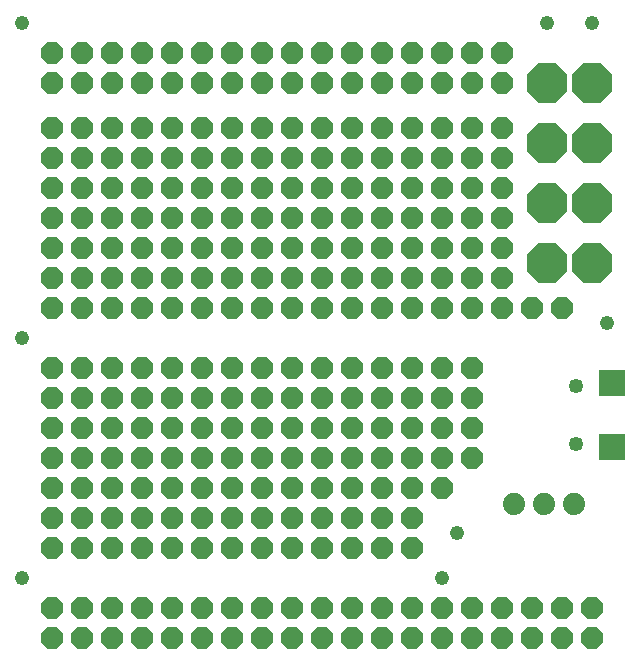
<source format=gbs>
G75*
%MOIN*%
%OFA0B0*%
%FSLAX25Y25*%
%IPPOS*%
%LPD*%
%AMOC8*
5,1,8,0,0,1.08239X$1,22.5*
%
%ADD10OC8,0.07100*%
%ADD11C,0.07400*%
%ADD12OC8,0.13300*%
%ADD13R,0.08674X0.08674*%
%ADD14C,0.04934*%
%ADD15C,0.04762*%
D10*
X0057595Y0053933D03*
X0057595Y0063933D03*
X0067595Y0063933D03*
X0067595Y0053933D03*
X0077595Y0053933D03*
X0077595Y0063933D03*
X0087595Y0063933D03*
X0087595Y0053933D03*
X0097595Y0053933D03*
X0097595Y0063933D03*
X0107595Y0063933D03*
X0117595Y0063933D03*
X0117595Y0053933D03*
X0107595Y0053933D03*
X0127595Y0053933D03*
X0127595Y0063933D03*
X0137595Y0063933D03*
X0137595Y0053933D03*
X0147595Y0053933D03*
X0147595Y0063933D03*
X0157595Y0063933D03*
X0157595Y0053933D03*
X0167595Y0053933D03*
X0167595Y0063933D03*
X0177595Y0063933D03*
X0177595Y0053933D03*
X0187595Y0053933D03*
X0187595Y0063933D03*
X0197595Y0063933D03*
X0197595Y0053933D03*
X0207595Y0053933D03*
X0207595Y0063933D03*
X0217595Y0063933D03*
X0227595Y0063933D03*
X0227595Y0053933D03*
X0217595Y0053933D03*
X0237595Y0053933D03*
X0237595Y0063933D03*
X0197595Y0113933D03*
X0197595Y0123933D03*
X0187595Y0123933D03*
X0187595Y0113933D03*
X0187595Y0103933D03*
X0177595Y0103933D03*
X0177595Y0113933D03*
X0177595Y0123933D03*
X0167595Y0123933D03*
X0167595Y0113933D03*
X0167595Y0103933D03*
X0157595Y0103933D03*
X0157595Y0113933D03*
X0157595Y0123933D03*
X0147595Y0123933D03*
X0147595Y0113933D03*
X0147595Y0103933D03*
X0137595Y0103933D03*
X0137595Y0113933D03*
X0137595Y0123933D03*
X0127595Y0123933D03*
X0127595Y0113933D03*
X0127595Y0103933D03*
X0117595Y0103933D03*
X0107595Y0103933D03*
X0107595Y0113933D03*
X0107595Y0123933D03*
X0117595Y0123933D03*
X0117595Y0113933D03*
X0097595Y0113933D03*
X0097595Y0103933D03*
X0087595Y0103933D03*
X0087595Y0113933D03*
X0087595Y0123933D03*
X0077595Y0123933D03*
X0077595Y0113933D03*
X0077595Y0103933D03*
X0067595Y0103933D03*
X0067595Y0113933D03*
X0067595Y0123933D03*
X0057595Y0123933D03*
X0057595Y0113933D03*
X0057595Y0103933D03*
X0057595Y0093933D03*
X0057595Y0083933D03*
X0067595Y0083933D03*
X0067595Y0093933D03*
X0077595Y0093933D03*
X0077595Y0083933D03*
X0087595Y0083933D03*
X0087595Y0093933D03*
X0097595Y0093933D03*
X0097595Y0083933D03*
X0107595Y0083933D03*
X0107595Y0093933D03*
X0117595Y0093933D03*
X0117595Y0083933D03*
X0127595Y0083933D03*
X0127595Y0093933D03*
X0137595Y0093933D03*
X0137595Y0083933D03*
X0147595Y0083933D03*
X0147595Y0093933D03*
X0157595Y0093933D03*
X0157595Y0083933D03*
X0167595Y0083933D03*
X0167595Y0093933D03*
X0177595Y0093933D03*
X0177595Y0083933D03*
X0177595Y0133933D03*
X0177595Y0143933D03*
X0167595Y0143933D03*
X0167595Y0133933D03*
X0157595Y0133933D03*
X0157595Y0143933D03*
X0147595Y0143933D03*
X0147595Y0133933D03*
X0137595Y0133933D03*
X0137595Y0143933D03*
X0127595Y0143933D03*
X0127595Y0133933D03*
X0117595Y0133933D03*
X0107595Y0133933D03*
X0107595Y0143933D03*
X0117595Y0143933D03*
X0097595Y0143933D03*
X0097595Y0133933D03*
X0087595Y0133933D03*
X0087595Y0143933D03*
X0077595Y0143933D03*
X0077595Y0133933D03*
X0067595Y0133933D03*
X0067595Y0143933D03*
X0057595Y0143933D03*
X0057595Y0133933D03*
X0057595Y0163933D03*
X0057595Y0173933D03*
X0057595Y0183933D03*
X0057595Y0193933D03*
X0057595Y0203933D03*
X0057595Y0213933D03*
X0057595Y0223933D03*
X0067595Y0223933D03*
X0067595Y0213933D03*
X0067595Y0203933D03*
X0067595Y0193933D03*
X0067595Y0183933D03*
X0067595Y0173933D03*
X0067595Y0163933D03*
X0077595Y0163933D03*
X0077595Y0173933D03*
X0077595Y0183933D03*
X0077595Y0193933D03*
X0077595Y0203933D03*
X0077595Y0213933D03*
X0077595Y0223933D03*
X0087595Y0223933D03*
X0087595Y0213933D03*
X0087595Y0203933D03*
X0087595Y0193933D03*
X0087595Y0183933D03*
X0087595Y0173933D03*
X0087595Y0163933D03*
X0097595Y0163933D03*
X0097595Y0173933D03*
X0097595Y0183933D03*
X0097595Y0193933D03*
X0097595Y0203933D03*
X0097595Y0213933D03*
X0097595Y0223933D03*
X0107595Y0223933D03*
X0107595Y0213933D03*
X0107595Y0203933D03*
X0117595Y0203933D03*
X0117595Y0213933D03*
X0117595Y0223933D03*
X0127595Y0223933D03*
X0127595Y0213933D03*
X0127595Y0203933D03*
X0127595Y0193933D03*
X0127595Y0183933D03*
X0127595Y0173933D03*
X0127595Y0163933D03*
X0117595Y0163933D03*
X0107595Y0163933D03*
X0107595Y0173933D03*
X0107595Y0183933D03*
X0107595Y0193933D03*
X0117595Y0193933D03*
X0117595Y0183933D03*
X0117595Y0173933D03*
X0137595Y0173933D03*
X0137595Y0163933D03*
X0147595Y0163933D03*
X0147595Y0173933D03*
X0147595Y0183933D03*
X0147595Y0193933D03*
X0137595Y0193933D03*
X0137595Y0183933D03*
X0137595Y0203933D03*
X0137595Y0213933D03*
X0137595Y0223933D03*
X0147595Y0223933D03*
X0147595Y0213933D03*
X0147595Y0203933D03*
X0157595Y0203933D03*
X0157595Y0213933D03*
X0157595Y0223933D03*
X0167595Y0223933D03*
X0167595Y0213933D03*
X0167595Y0203933D03*
X0167595Y0193933D03*
X0167595Y0183933D03*
X0167595Y0173933D03*
X0167595Y0163933D03*
X0157595Y0163933D03*
X0157595Y0173933D03*
X0157595Y0183933D03*
X0157595Y0193933D03*
X0177595Y0193933D03*
X0177595Y0183933D03*
X0177595Y0173933D03*
X0177595Y0163933D03*
X0187595Y0163933D03*
X0187595Y0173933D03*
X0187595Y0183933D03*
X0187595Y0193933D03*
X0187595Y0203933D03*
X0187595Y0213933D03*
X0187595Y0223933D03*
X0177595Y0223933D03*
X0177595Y0213933D03*
X0177595Y0203933D03*
X0197595Y0203933D03*
X0197595Y0213933D03*
X0197595Y0223933D03*
X0207595Y0223933D03*
X0207595Y0213933D03*
X0207595Y0203933D03*
X0207595Y0193933D03*
X0207595Y0183933D03*
X0207595Y0173933D03*
X0207595Y0163933D03*
X0197595Y0163933D03*
X0197595Y0173933D03*
X0197595Y0183933D03*
X0197595Y0193933D03*
X0217595Y0163933D03*
X0227595Y0163933D03*
X0197595Y0143933D03*
X0197595Y0133933D03*
X0187595Y0133933D03*
X0187595Y0143933D03*
X0187595Y0238933D03*
X0177595Y0238933D03*
X0167595Y0238933D03*
X0157595Y0238933D03*
X0147595Y0238933D03*
X0137595Y0238933D03*
X0127595Y0238933D03*
X0117595Y0238933D03*
X0107595Y0238933D03*
X0097595Y0238933D03*
X0087595Y0238933D03*
X0077595Y0238933D03*
X0067595Y0238933D03*
X0057595Y0238933D03*
X0057595Y0248933D03*
X0067595Y0248933D03*
X0077595Y0248933D03*
X0087595Y0248933D03*
X0097595Y0248933D03*
X0107595Y0248933D03*
X0117595Y0248933D03*
X0127595Y0248933D03*
X0137595Y0248933D03*
X0147595Y0248933D03*
X0157595Y0248933D03*
X0167595Y0248933D03*
X0177595Y0248933D03*
X0187595Y0248933D03*
X0197595Y0248933D03*
X0197595Y0238933D03*
X0207595Y0238933D03*
X0207595Y0248933D03*
X0097595Y0123933D03*
D11*
X0211414Y0098539D03*
X0221414Y0098539D03*
X0231414Y0098539D03*
D12*
X0237595Y0178933D03*
X0222595Y0178933D03*
X0222595Y0198933D03*
X0237595Y0198933D03*
X0237595Y0218933D03*
X0222595Y0218933D03*
X0222595Y0238933D03*
X0237595Y0238933D03*
D13*
X0244170Y0138913D03*
X0244170Y0117457D03*
D14*
X0232241Y0118638D03*
X0232241Y0137732D03*
D15*
X0242595Y0158933D03*
X0192595Y0088933D03*
X0187595Y0073933D03*
X0047595Y0073933D03*
X0047595Y0153933D03*
X0047595Y0258933D03*
X0222595Y0258933D03*
X0237595Y0258933D03*
M02*

</source>
